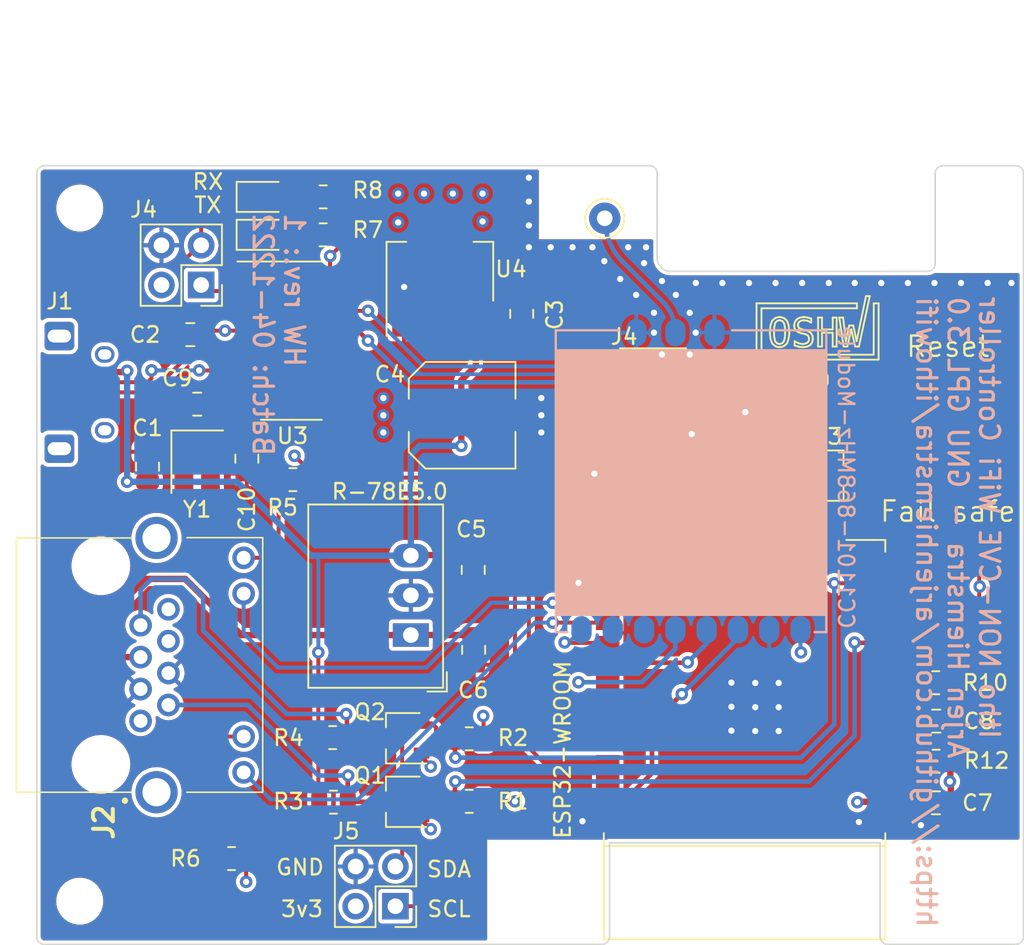
<source format=kicad_pcb>
(kicad_pcb (version 20211014) (generator pcbnew)
  (layers (0 "F.Cu" signal) (1 "In1.Cu" power "3V3") (2 "In2.Cu" power "GND") (31 "B.Cu" signal) (34 "B.Paste" user) (35 "F.Paste" user) (36 "B.SilkS" user "B.Silkscreen") (37 "F.SilkS" user "F.Silkscreen") (38 "B.Mask" user) (39 "F.Mask" user) (44 "Edge.Cuts" user))
  (net 0 "")
  (net 1 "GND")
  (net 2 "+5V")
  (net 3 "+3V3")
  (net 4 "D0")
  (net 5 "D23_MOSI")
  (net 6 "D19_MISO")
  (net 7 "D18_SCK")
  (net 8 "D5_SS")
  (net 9 "D4_IRQ")
  (net 12 "EN")
  (net 13 "Net-(LED1-Pad2)")
  (net 14 "Net-(LED2-Pad2)")
  (net 15 "SDA_L")
  (net 16 "SCL_L")
  (net 17 "Net-(R10-Pad2)")
  (net 18 "+15V")
  (net 21 "D17_WIFI_STATUS")
  (net 22 "Net-(Q3-Pad1)")
  (net 23 "Net-(Q4-Pad1)")
  (net 24 "D0{slash}RX0")
  (net 25 "D1{slash}TX0")
  (net 29 "Net-(J1-Pad2)")
  (net 30 "Net-(J1-Pad3)")
  (net 32 "Net-(J2-Pad10)")
  (net 33 "Net-(J2-Pad12)")
  (net 34 "Net-(C9-Pad1)")
  (net 35 "Net-(C10-Pad1)")
  (net 38 "Net-(H5-Pad1)")
  (net 39 "Net-(J2-Pad2)")
  (net 40 "Net-(J2-Pad7)")
  (net 41 "RTS")
  (net 42 "DTR")
  (net 43 "D16_SYS_STATUS")
  (footprint "nrg_watch:ESP32-WROOM-32E" (layer "F.Cu") (at 97.9932 141.605406 180)
    (fp_text reference "U1" hide)
    (fp_text value "ESP32-WROOM")
  )
  (footprint "Resistor_SMD:R_0805_2012Metric" (layer "F.Cu") (at 110.219 139.734 180)
    (fp_text reference "R10")
    (fp_text value "R10K" hide)
  )
  (footprint "Connector_PinHeader_2.54mm:PinHeader_2x02_P2.54mm_Vertical" (layer "F.Cu") (at 75.6666 154.0256 180)
    (fp_text reference "J5")
    (fp_text value "Conn_02x02_Odd_Even" hide)
  )
  (footprint "Capacitor_SMD:C_0805_2012Metric" (layer "F.Cu") (at 80.645 132.522 -90)
    (fp_text reference "C5")
    (fp_text value "0.1uF" hide)
  )
  (footprint "Resistor_SMD:R_0805_2012Metric" (layer "F.Cu") (at 110.2425 144.7546)
    (fp_text reference "R12")
    (fp_text value "R10K" hide)
  )
  (footprint "Resistor_SMD:R_0805_2012Metric" (layer "F.Cu") (at 89.2875 127.855 180)
    (fp_text reference "R13")
    (fp_text value "R10K")
  )
  (footprint "MountingHole:MountingHole_2.5mm" (layer "F.Cu") (at 55.482 109.381)
    (fp_text reference "H2" hide)
    (fp_text value "MountingHole" hide)
  )
  (footprint "nrg_watch:micro usb" (layer "F.Cu") (at 54.1782 121.168 -90)
    (fp_text reference "J1")
    (fp_text value "USB_B_Micro")
  )
  (footprint "Capacitor_SMD:C_0805_2012Metric" (layer "F.Cu") (at 110.232 147.4125 180)
    (fp_text reference "C7")
    (fp_text value "0.1uF" hide)
  )
  (footprint "Package_TO_SOT_SMD:SOT-23W" (layer "F.Cu") (at 76.138202 143.284092 180)
    (fp_text reference "Q2")
    (fp_text value "BSS138")
  )
  (footprint "Package_TO_SOT_SMD:SOT-23W" (layer "F.Cu") (at 76.1382 147.3466 180)
    (fp_text reference "Q1")
    (fp_text value "BSS138")
  )
  (footprint "Resistor_SMD:R_0805_2012Metric" (layer "F.Cu") (at 80.3887 147.32)
    (fp_text reference "R1")
    (fp_text value "R10K" hide)
  )
  (footprint "Resistor_SMD:R_0805_2012Metric" (layer "F.Cu") (at 80.3887 143.3195)
    (fp_text reference "R2")
    (fp_text value "R10K")
  )
  (footprint "Resistor_SMD:R_0805_2012Metric" (layer "F.Cu") (at 71.7082 147.372 180)
    (fp_text reference "R3")
    (fp_text value "R10K")
  )
  (footprint "Resistor_SMD:R_0805_2012Metric" (layer "F.Cu") (at 69.1115 126.746 180)
    (fp_text reference "R5")
    (fp_text value "R100")
  )
  (footprint "Package_TO_SOT_SMD:SOT-223-3_TabPin2" (layer "F.Cu") (at 78.5114 113.4495 90)
    (fp_text reference "U4")
    (fp_text value "AMS1117-3.3")
  )
  (footprint "Resistor_SMD:R_0805_2012Metric" (layer "F.Cu") (at 65.1908 150.9776 180)
    (fp_text reference "R6")
    (fp_text value "R100")
  )
  (footprint "Converter_DCDC:Converter_DCDC_RECOM_R-78E-0.5_THT" (layer "F.Cu") (at 76.6549 136.686 90)
    (fp_text reference "R-78E5.0")
    (fp_text value "U2")
  )
  (footprint "MountingHole:MountingHole_2.5mm" (layer "F.Cu") (at 113.013 109.508)
    (fp_text reference "H1" hide)
    (fp_text value "MountingHole" hide)
  )
  (footprint "MountingHole:MountingHole_2.5mm" (layer "F.Cu") (at 113.013 153.704)
    (fp_text reference "H3" hide)
    (fp_text value "MountingHole" hide)
  )
  (footprint "MountingHole:MountingHole_2.5mm" (layer "F.Cu") (at 55.482 153.704)
    (fp_text reference "H4" hide)
    (fp_text value "MountingHole" hide)
  )
  (footprint "nrg_watch:RRJ45R08PC000" (layer "F.Cu") (at 59.3725 142.1765 -90)
    (fp_text reference "J2")
    (fp_text value "RJ45_LED_Shielded" hide)
  )
  (footprint "Resistor_SMD:R_0805_2012Metric" (layer "F.Cu") (at 71.6557 143.2435 180)
    (fp_text reference "R4")
    (fp_text value "R10K")
  )
  (footprint "Capacitor_SMD:C_0805_2012Metric" (layer "F.Cu") (at 80.6704 137.6324 -90)
    (fp_text reference "C6")
    (fp_text value "10uF")
  )
  (footprint "Capacitor_SMD:C_0805_2012Metric" (layer "F.Cu") (at 83.7438 116.144 -90)
    (fp_text reference "C3")
    (fp_text value "10uF")
  )
  (footprint "Resistor_SMD:R_0805_2012Metric" (layer "F.Cu") (at 98.1775 127.855 180)
    (fp_text reference "R11")
    (fp_text value "R10K")
  )
  (footprint "Package_TO_SOT_SMD:SOT-23W" (layer "F.Cu") (at 93.455 126.492 180)
    (fp_text reference "Q4")
    (fp_text value "BC847")
  )
  (footprint "Package_TO_SOT_SMD:SOT-23W" (layer "F.Cu") (at 103.25 126.492)
    (fp_text reference "Q3")
    (fp_text value "BC847")
  )
  (footprint "Capacitor_SMD:C_Elec_6.3x7.7" (layer "F.Cu") (at 79.9338 122.6312)
    (fp_text reference "C4")
    (fp_text value "470uF" hide)
  )
  (footprint "Resistor_SMD:R_0805_2012Metric" (layer "F.Cu") (at 98.1775 125.569)
    (fp_text reference "R9")
    (fp_text value "R10K")
  )
  (footprint "Capacitor_SMD:C_0805_2012Metric" (layer "F.Cu") (at 110.2512 142.1892)
    (fp_text reference "C8")
    (fp_text value "10uF" hide)
  )
  (footprint "nrg_watch:TS-1187" (layer "F.Cu") (at 111.125 133.638011 -90)
    (fp_text reference "SW1" hide)
    (fp_text value "Fail safe")
  )
  (footprint "Capacitor_SMD:C_0805_2012Metric" (layer "F.Cu") (at 62.992 121.92 180)
    (fp_text reference "C9")
    (fp_text value "33pF")
  )
  (footprint "Capacitor_SMD:C_0805_2012Metric" (layer "F.Cu") (at 66.167 125.41 -90)
    (fp_text reference "C10")
    (fp_text value "33pF")
  )
  (footprint "Connector_PinHeader_2.54mm:PinHeader_2x02_P2.54mm_Vertical" (layer "F.Cu") (at 63.246 114.3 180)
    (fp_text reference "J4")
    (fp_text value "Conn_02x02_Odd_Even")
  )
  (footprint "Capacitor_SMD:C_0805_2012Metric" (layer "F.Cu") (at 62.55 117.475 180)
    (fp_text reference "C2")
    (fp_text value "0.1uF")
  )
  (footprint "LED_SMD:LED_0805_2012Metric" (layer "F.Cu") (at 67.1995 108.666)
    (fp_text reference "LED2" hide)
    (fp_text value "RX")
  )
  (footprint "Resistor_SMD:R_0805_2012Metric" (layer "F.Cu") (at 71.0495 111.092 180)
    (fp_text reference "R7")
    (fp_text value "R1K")
  )
  (footprint "Resistor_SMD:R_0805_2012Metric" (layer "F.Cu") (at 71.0495 108.666 180)
    (fp_text reference "R8")
    (fp_text value "R1K")
  )
  (footprint "Package_SO:SOIC-16_3.9x9.9mm_P1.27mm" (layer "F.Cu") (at 69.0134 117.8596)
    (fp_text reference "U3")
    (fp_text value "CH340G")
  )
  (footprint "Crystal:Crystal_SMD_TXC_7M-4Pin_3.2x2.5mm" (layer "F.Cu") (at 62.992 125.603 -90)
    (fp_text reference "Y1")
    (fp_text value "Crystal_GND24_Small")
  )
  (footprint "Connector_Pin:Pin_D1.0mm_L10.0mm" (layer "F.Cu") (at 89.0524 110.0328)
    (fp_text reference "H5" hide)
    (fp_text value "MountingHole_Pad")
  )
  (footprint "LED_SMD:LED_0805_2012Metric" (layer "F.Cu") (at 67.1995 111.092)
    (fp_text reference "LED1" hide)
    (fp_text value "TX")
  )
  (footprint "Capacitor_SMD:C_0805_2012Metric" (layer "F.Cu") (at 59.817 125.918 90)
    (fp_text reference "C1")
    (fp_text value "0.1uF")
  )
  (footprint "nrg_watch:TS-1187" (layer "F.Cu") (at 111.116593 123.444 90)
    (fp_text reference "SW2" hide)
    (fp_text value "Reset")
  )
  (footprint "nrg_watch:CC1101-868MHz-Module" (layer "B.Cu") (at 94.57 126.847358 90)
    (fp_text reference "U2" hide)
    (fp_text value "CC1101-868MHz-Module")
  )
  (gr_poly (pts (xy 103.202 135.417558) (xy 85.9554 135.417558) (xy 85.93 118.450358) (xy 103.202 118.450358)) (layer "B.SilkS") (width 0.1) (fill solid))
  (gr_line (start 90.043 118.364) (end 90.043 118.491) (layer "F.SilkS") (width 0.15))
  (gr_circle (center 90.932 119.253) (end 91.313 118.999) (layer "F.SilkS") (width 0.15) (fill none))
  (gr_circle (center 93.268095 121.158) (end 93.649095 120.904) (layer "F.SilkS") (width 0.15) (fill none))
  (gr_circle (center 93.268095 119.253) (end 93.649095 118.999) (layer "F.SilkS") (width 0.15) (fill none))
  (gr_line (start 99.651693 116.889581) (end 99.74071 116.629383) (layer "F.SilkS") (width 0.12))
  (gr_line (start 102.694384 116.385188) (end 102.694384 116.385188) (layer "F.SilkS") (width 0.12))
  (gr_line (start 101.214941 118.170605) (end 101.192894 118.161511) (layer "F.SilkS") (width 0.12))
  (gr_line (start 100.232672 116.554961) (end 100.191605 116.554961) (layer "F.SilkS") (width 0.12))
  (gr_line (start 104.81691 117.136774) (end 104.566364 118.237) (layer "F.SilkS") (width 0.12))
  (gr_line (start 100.164321 116.351558) (end 100.232672 116.351558) (layer "F.SilkS") (width 0.12))
  (gr_line (start 99.9725 117.923361) (end 100.068964 118.025621) (layer "F.SilkS") (width 0.12))
  (gr_line (start 102.358713 117.731286) (end 102.358713 117.789401) (layer "F.SilkS") (width 0.12))
  (gr_line (start 100.56974 117.662655) (end 100.590964 117.400273) (layer "F.SilkS") (width 0.12))
  (gr_line (start 99.875487 117.225267) (end 99.875487 117.312897) (layer "F.SilkS") (width 0.12))
  (gr_line (start 101.48696 117.058542) (end 101.697805 117.148356) (layer "F.SilkS") (width 0.12))
  (gr_line (start 99.0765 115.791031) (end 105.179825 115.791031) (layer "F.SilkS") (width 0.12))
  (gr_line (start 102.222285 118.111067) (end 102.195 118.134232) (layer "F.SilkS") (width 0.12))
  (gr_line (start 100.673372 118.074389) (end 100.506078 118.213327) (layer "F.SilkS") (width 0.12))
  (gr_line (start 101.456917 118.244722) (end 101.434869 118.240048) (layer "F.SilkS") (width 0.12))
  (gr_line (start 101.266477 117.195499) (end 101.198405 117.076982) (layer "F.SilkS") (width 0.12))
  (gr_line (start 102.119211 117.69405) (end 102.058297 117.547187) (layer "F.SilkS") (width 0.12))
  (gr_line (start 101.437902 117.31813) (end 101.305339 117.234919) (layer "F.SilkS") (width 0.12))
  (gr_line (start 100.814205 117.735147) (end 100.724629 117.99504) (layer "F.SilkS") (width 0.12))
  (gr_line (start 104.685389 116.893696) (end 104.946907 116.893696) (layer "F.SilkS") (width 0.12))
  (gr_line (start 100.520683 116.758923) (end 100.506626 116.729967) (layer "F.SilkS") (width 0.12))
  (gr_line (start 101.475667 117.047772) (end 101.48696 117.058542) (layer "F.SilkS") (width 0.12))
  (gr_line (start 102.195 118.134232) (end 102.167715 118.157346) (layer "F.SilkS") (width 0.12))
  (gr_line (start 102.119211 117.747237) (end 102.119211 117.69405) (layer "F.SilkS") (width 0.12))
  (gr_line (start 101.617602 117.381528) (end 101.437902 117.31813) (layer "F.SilkS") (width 0.12))
  (gr_line (start 103.883917 118.237) (end 103.632 118.237) (layer "F.SilkS") (width 0.12))
  (gr_line (start 101.71875 118.273119) (end 101.653157 118.273119) (layer "F.SilkS") (width 0.12))
  (gr_line (start 99.896153 116.963139) (end 99.875487 117.225267) (layer "F.SilkS") (width 0.12))
  (gr_line (start 100.396385 118.025875) (end 100.49257 117.924733) (layer "F.SilkS") (width 0.12))
  (gr_line (start 100.301023 118.272865) (end 100.232672 118.272865) (layer "F.SilkS") (width 0.12))
  (gr_line (start 104.474569 117.88836) (end 104.685389 116.893696) (layer "F.SilkS") (width 0.12))
  (gr_line (start 100.506078 116.411096) (end 100.673372 116.550034) (layer "F.SilkS") (width 0.12))
  (gr_line (start 101.762296 116.555266) (end 101.633309 116.576196) (layer "F.SilkS") (width 0.12))
  (gr_line (start 100.699006 116.589709) (end 100.724629 116.629383) (layer "F.SilkS") (width 0.12))
  (gr_line (start 101.659766 118.069716) (end 101.71875 118.069716) (layer "F.SilkS") (width 0.12))
  (gr_line (start 100.724629 116.629383) (end 100.814205 116.889581) (layer "F.SilkS") (width 0.12))
  (gr_line (start 102.013928 117.985388) (end 102.031292 117.971062) (layer "F.SilkS") (width 0.12))
  (gr_line (start 100.49257 116.700757) (end 100.396385 116.598548) (layer "F.SilkS") (width 0.12))
  (gr_line (start 101.16946 116.842997) (end 101.210806 116.675713) (layer "F.SilkS") (width 0.12))
  (gr_line (start 100.191605 116.554961) (end 100.068964 116.598548) (layer "F.SilkS") (width 0.12))
  (gr_line (start 99.74071 117.996107) (end 99.651693 117.736519) (layer "F.SilkS") (width 0.12))
  (gr_line (start 100.56974 116.963139) (end 100.520683 116.758923) (layer "F.SilkS") (width 0.12))
  (gr_line (start 100.506078 118.213327) (end 100.301023 118.272865) (layer "F.SilkS") (width 0.12))
  (gr_line (start 101.728671 117.155824) (end 101.860136 117.185593) (layer "F.SilkS") (width 0.12))
  (gr_line (start 101.16946 116.898928) (end 101.16946 116.842997) (layer "F.SilkS") (width 0.12))
  (gr_line (start 101.835605 116.352117) (end 101.98416 116.372793) (layer "F.SilkS") (width 0.12))
  (gr_line (start 101.887421 118.048481) (end 101.996286 117.999459) (layer "F.SilkS") (width 0.12))
  (gr_line (start 101.994081 118.238372) (end 101.787371 118.273119) (layer "F.SilkS") (width 0.12))
  (gr_line (start 103.632 117.144241) (end 103.632 116.385188) (layer "F.SilkS") (width 0.12))
  (gr_line (start 101.434321 116.734692) (end 101.408687 116.828926) (layer "F.SilkS") (width 0.12))
  (gr_line (start 101.36349 116.476983) (end 101.530231 116.389353) (layer "F.SilkS") (width 0.12))
  (gr_line (start 102.058297 117.547187) (end 102.046171 117.535046) (layer "F.SilkS") (width 0.12))
  (gr_line (start 100.590964 117.225267) (end 100.56974 116.963139) (layer "F.SilkS") (width 0.12))
  (gr_line (start 100.164046 118.272865) (end 99.958997 118.213327) (layer "F.SilkS") (width 0.12))
  (gr_line (start 106.250029 118.757639) (end 99.0765 118.757639) (layer "F.SilkS") (width 0.12))
  (gr_line (start 99.958444 117.894456) (end 99.9725 117.923361) (layer "F.SilkS") (width 0.12))
  (gr_line (start 102.252053 116.448586) (end 102.252053 116.702993) (layer "F.SilkS") (width 0.12))
  (gr_line (start 100.590964 117.312897) (end 100.590964 117.312897) (layer "F.SilkS") (width 0.12))
  (gr_line (start 101.478694 118.249395) (end 101.456917 118.244722) (layer "F.SilkS") (width 0.12))
  (gr_line (start 100.396385 116.598548) (end 100.273464 116.554961) (layer "F.SilkS") (width 0.12))
  (gr_line (start 102.946301 118.237) (end 102.694384 118.237) (layer "F.SilkS") (width 0.12))
  (gr_line (start 99.896153 117.661538) (end 99.944382 117.865246) (layer "F.SilkS") (width 0.12))
  (gr_line (start 105.305504 118.237) (end 105.068471 118.237) (layer "F.SilkS") (width 0.12))
  (gr_line (start 103.632 118.237) (end 103.632 117.355061) (layer "F.SilkS") (width 0.12))
  (gr_line (start 102.022747 116.592452) (end 102.003723 116.586153) (layer "F.SilkS") (width 0.12))
  (gr_line (start 102.031292 117.971062) (end 102.09275 117.882873) (layer "F.SilkS") (width 0.12))
  (gr_line (start 102.328944 117.530372) (end 102.358713 117.680842) (layer "F.SilkS") (width 0.12))
  (gr_line (start 90.932 119.253) (end 89.408 119.253) (layer "F.SilkS") (width 0.15))
  (gr_line (start 102.946301 117.144241) (end 103.632 117.144241) (layer "F.SilkS") (width 0.12))
  (gr_line (start 102.09275 117.882873) (end 102.119211 117.781172) (layer "F.SilkS") (width 0.12))
  (gr_line (start 100.520683 117.866617) (end 100.56974 117.662655) (layer "F.SilkS") (width 0.12))
  (gr_line (start 100.232672 118.272865) (end 100.164046 118.272865) (layer "F.SilkS") (width 0.12))
  (gr_line (start 101.633309 116.576196) (end 101.528859 116.624456) (layer "F.SilkS") (width 0.12))
  (gr_line (start 99.958997 118.213327) (end 99.791703 118.075253) (layer "F.SilkS") (width 0.12))
  (gr_line (start 101.286046 117.215361) (end 101.266477 117.195499) (layer "F.SilkS") (width 0.12))
  (gr_line (start 101.408687 116.860371) (end 101.408687 116.907209) (layer "F.SilkS") (width 0.12))
  (gr_line (start 105.179825 115.473531) (end 98.759 115.473531) (layer "F.SilkS") (width 0.12))
  (gr_line (start 104.297073 116.385188) (end 104.474569 117.88836) (layer "F.SilkS") (width 0.12))
  (gr_line (start 105.179825 115.791031) (end 105.179825 115.473531) (layer "F.SilkS") (width 0.12))
  (gr_line (start 105.068471 118.237) (end 104.81691 117.136774) (layer "F.SilkS") (width 0.12))
  (gr_line (start 104.329281 118.237) (end 104.052878 116.385188) (layer "F.SilkS") (width 0.12))
  (gr_line (start 99.651693 117.736519) (end 99.613654 117.418714) (layer "F.SilkS") (width 0.12))
  (gr_line (start 102.003997 116.376958) (end 102.02357 116.380819) (layer "F.SilkS") (width 0.12))
  (gr_line (start 100.273464 116.554961) (end 100.232672 116.554961) (layer "F.SilkS") (width 0.12))
  (gr_line (start 100.852788 117.312897) (end 100.852788 117.312897) (layer "F.SilkS") (width 0.12))
  (gr_line (start 102.085033 117.263571) (end 102.2198 117.354807) (layer "F.SilkS") (width 0.12))
  (gr_line (start 105.761079 115.009371) (end 106.005274 115.009371) (layer "F.SilkS") (width 0.12))
  (gr_line (start 101.792059 116.555266) (end 101.762296 116.555266) (layer "F.SilkS") (width 0.12))
  (gr_line (start 99.791703 118.075253) (end 99.766343 118.035832) (layer "F.SilkS") (width 0.12))
  (gr_line (start 101.528859 116.624456) (end 101.51177 116.638477) (layer "F.SilkS") (width 0.12))
  (gr_line (start 100.724629 117.99504) (end 100.699006 118.034715) (layer "F.SilkS") (width 0.12))
  (gr_line (start 100.590964 117.312897) (end 100.590964 117.225267) (layer "F.SilkS") (width 0.12))
  (gr_line (start 101.464364 117.037003) (end 101.475667 117.047772) (layer "F.SilkS") (width 0.12))
  (gr_line (start 101.408687 116.907209) (end 101.464364 117.037003) (layer "F.SilkS") (width 0.12))
  (gr_line (start 100.232672 116.351558) (end 100.301023 116.351558) (layer "F.SilkS") (width 0.12))
  (gr_line (start 90.043 118.491) (end 90.043 122.047) (layer "F.SilkS") (width 0.15))
  (gr_line (start 101.408687 116.828926) (end 101.408687 116.860371) (layer "F.SilkS") (width 0.12))
  (gr_circle (center 90.932 121.158) (end 91.313 120.904) (layer "F.SilkS") (width 0.15) (fill none))
  (gr_line (start 101.946954 117.470276) (end 101.824033 117.428925) (layer "F.SilkS") (width 0.12))
  (gr_line (start 106.256633 115.473531) (end 106.250029 118.757639) (layer "F.SilkS") (width 0.12))
  (gr_line (start 101.824033 117.428925) (end 101.794264 117.422321) (layer "F.SilkS") (width 0.12))
  (gr_line (start 102.167715 118.157346) (end 101.994081 118.238372) (layer "F.SilkS") (width 0.12))
  (gr_line (start 106.005274 115.009371) (end 105.305504 118.237) (layer "F.SilkS") (width 0.12))
  (gr_line (start 103.632 116.385188) (end 103.883917 116.385188) (layer "F.SilkS") (width 0.12))
  (gr_line (start 101.779659 116.352117) (end 101.835605 116.352117) (layer "F.SilkS") (width 0.12))
  (gr_line (start 100.49257 117.924733) (end 100.506626 117.895827) (layer "F.SilkS") (width 0.12))
  (gr_line (start 102.02357 116.380819) (end 102.23028 116.440611) (layer "F.SilkS") (width 0.12))
  (gr_line (start 103.883917 116.385188) (end 103.883917 118.237) (layer "F.SilkS") (width 0.12))
  (gr_line (start 104.052878 116.385188) (end 104.052878 116.385188) (layer "F.SilkS") (width 0.12))
  (gr_line (start 100.852788 117.207081) (end 100.852788 117.312897) (layer "F.SilkS") (width 0.12))
  (gr_line (start 102.239648 117.37655) (end 102.25949 117.398089) (layer "F.SilkS") (width 0.12))
  (gr_line (start 102.2198 117.354807) (end 102.239648 117.37655) (layer "F.SilkS") (width 0.12))
  (gr_line (start 99.875487 117.312897) (end 99.875487 117.400019) (layer "F.SilkS") (width 0.12))
  (gr_line (start 101.434869 118.240048) (end 101.214941 118.170605) (layer "F.SilkS") (width 0.12))
  (gr_line (start 106.567529 115.473531) (end 106.256633 115.473531) (layer "F.SilkS") (width 0.12))
  (gr_line (start 101.483104 118.034461) (end 101.659766 118.069716) (layer "F.SilkS") (width 0.12))
  (gr_line (start 101.811353 116.555266) (end 101.792059 116.555266) (layer "F.SilkS") (width 0.12))
  (gr_line (start 101.335657 116.502079) (end 101.36349 116.476983) (layer "F.SilkS") (width 0.12))
  (gr_line (start 100.068964 116.598548) (end 99.9725 116.700757) (layer "F.SilkS") (width 0.12))
  (gr_line (start 101.996286 117.999459) (end 102.013928 117.985388) (layer "F.SilkS") (width 0.12))
  (gr_line (start 99.766343 118.035832) (end 99.74071 117.996107) (layer "F.SilkS") (width 0.12))
  (gr_line (start 100.068964 118.025621) (end 100.191605 118.069462) (layer "F.SilkS") (width 0.12))
  (gr_line (start 100.506626 117.895827) (end 100.520683 117.866617) (layer "F.SilkS") (width 0.12))
  (gr_line (start 101.461885 118.027552) (end 101.483104 118.034461) (layer "F.SilkS") (width 0.12))
  (gr_line (start 99.613654 117.312897) (end 99.613654 117.207081) (layer "F.SilkS") (width 0.12))
  (gr_line (start 101.51177 116.638477) (end 101.494407 116.651989) (layer "F.SilkS") (width 0.12))
  (gr_line (start 101.198405 117.076982) (end 101.16946 116.943327) (layer "F.SilkS") (width 0.12))
  (gr_line (start 102.946301 116.385188) (end 102.946301 117.144241) (layer "F.SilkS") (width 0.12))
  (gr_line (start 101.71875 118.069716) (end 101.760914 118.069716) (layer "F.SilkS") (width 0.12))
  (gr_line (start 94.234 122.047) (end 94.234 118.364) (layer "F.SilkS") (width 0.15))
  (gr_line (start 101.307819 116.526869) (end 101.335657 116.502079) (layer "F.SilkS") (width 0.12))
  (gr_line (start 98.759 119.075139) (end 106.567529 119.075139) (layer "F.SilkS") (width 0.12))
  (gr_line (start 100.273464 118.069462) (end 100.396385 118.025875) (layer "F.SilkS") (width 0.12))
  (gr_line (start 99.0765 118.757639) (end 99.0765 115.791031) (layer "F.SilkS") (width 0.12))
  (gr_line (start 101.530231 116.389353) (end 101.717094 116.352117) (layer "F.SilkS") (width 0.12))
  (gr_line (start 99.613654 117.207081) (end 99.651693 116.889581) (layer "F.SilkS") (width 0.12))
  (gr_line (start 100.814205 116.889581) (end 100.852788 117.207081) (layer "F.SilkS") (width 0.12))
  (gr_line (start 101.494407 116.651989) (end 101.434321 116.734692) (layer "F.SilkS") (width 0.12))
  (gr_line (start 101.653157 118.273119) (end 101.478694 118.249395) (layer "F.SilkS") (width 0.12))
  (gr_line (start 98.759 115.473531) (end 98.759 115.473531) (layer "F.SilkS") (width 0.12))
  (gr_line (start 102.003723 116.586153) (end 101.811353 116.555266) (layer "F.SilkS") (width 0.12))
  (gr_line (start 102.694384 118.237) (end 102.694384 116.385188) (layer "F.SilkS") (width 0.12))
  (gr_line (start 101.440661 118.020389) (end 101.461885 118.027552) (layer "F.SilkS") (width 0.12))
  (gr_line (start 101.697805 117.148356) (end 101.728671 117.155824) (layer "F.SilkS") (width 0.12))
  (gr_line (start 99.958444 116.729967) (end 99.944382 116.758923) (layer "F.SilkS") (width 0.12))
  (gr_line (start 102.946301 117.355061) (end 102.946301 118.237) (layer "F.SilkS") (width 0.12))
  (gr_line (start 101.98416 116.372793) (end 102.003997 116.376958) (layer "F.SilkS") (width 0.12))
  (gr_line (start 102.25949 117.398089) (end 102.328944 117.530372) (layer "F.SilkS") (width 0.12))
  (gr_line (start 99.74071 116.629383) (end 99.766343 116.589709) (layer "F.SilkS") (width 0.12))
  (gr_line (start 99.95982 116.411096) (end 100.164321 116.351558) (layer "F.SilkS") (width 0.12))
  (gr_line (start 99.875487 117.400019) (end 99.896153 117.661538) (layer "F.SilkS") (width 0.12))
  (gr_line (start 104.566364 118.237) (end 104.329281 118.237) (layer "F.SilkS") (width 0.12))
  (gr_line (start 94.234 118.364) (end 90.043 118.364) (layer "F.SilkS") (width 0.15))
  (gr_line (start 101.16946 116.943327) (end 101.16946 116.898928) (layer "F.SilkS") (width 0.12))
  (gr_line (start 101.210806 116.675713) (end 101.307819 116.526869) (layer "F.SilkS") (width 0.12))
  (gr_line (start 102.23028 116.440611) (end 102.252053 116.448891) (layer "F.SilkS") (width 0.12))
  (gr_line (start 100.191605 118.069462) (end 100.232672 118.069462) (layer "F.SilkS") (width 0.12))
  (gr_line (start 101.660599 117.39118) (end 101.617602 117.381528) (layer "F.SilkS") (width 0.12))
  (gr_line (start 102.358713 117.680842) (end 102.358713 117.731286) (layer "F.SilkS") (width 0.12))
  (gr_line (start 93.268095 121.158) (end 94.869 121.158) (layer "F.SilkS") (width 0.15))
  (gr_line (start 99.766343 116.589709) (end 99.791977 116.550034) (layer "F.SilkS") (width 0.12))
  (gr_line (start 101.192894 118.161511) (end 101.192894 117.894964) (layer "F.SilkS") (width 0.12))
  (gr_line (start 101.903408 117.195499) (end 102.085033 117.263571) (layer "F.SilkS") (width 0.12))
  (gr_line (start 102.252053 116.702993) (end 102.233029 116.690597) (layer "F.SilkS") (width 0.12))
  (gr_line (start 103.632 117.355061) (end 102.946301 117.355061) (layer "F.SilkS") (width 0.12))
  (gr_line (start 99.791977 116.550034) (end 99.95982 116.411096) (layer "F.SilkS") (width 0.12))
  (gr_line (start 100.301023 116.351558) (end 100.506078 116.411096) (layer "F.SilkS") (width 0.12))
  (gr_line (start 98.759 115.473531) (end 98.759 119.075139) (layer "F.SilkS") (width 0.12))
  (gr_line (start 100.852788 117.41846) (end 100.814205 117.735147) (layer "F.SilkS") (width 0.12))
  (gr_line (start 99.944382 116.758923) (end 99.896153 116.963139) (layer "F.SilkS") (width 0.12))
  (gr_line (start 90.932 121.158) (end 89.281 121.158) (layer "F.SilkS") (width 0.15))
  (gr_line (start 102.03404 117.522651) (end 101.946954 117.470276) (layer "F.SilkS") (width 0.12))
  (gr_line (start 102.041762 116.598548) (end 102.022747 116.592452) (layer "F.SilkS") (width 0.12))
  (gr_line (start 101.305339 117.234919) (end 101.286046 117.215361) (layer "F.SilkS") (width 0.12))
  (gr_line (start 102.358713 117.789401) (end 102.317646 117.963899) (layer "F.SilkS") (width 0.12))
  (gr_line (start 101.717094 116.352117) (end 101.779659 116.352117) (layer "F.SilkS") (width 0.12))
  (gr_line (start 101.216592 117.909848) (end 101.440661 118.020389) (layer "F.SilkS") (width 0.12))
  (gr_line (start 102.046171 117.535046) (end 102.03404 117.522651) (layer "F.SilkS") (width 0.12))
  (gr_line (start 101.787371 118.273119) (end 101.71875 118.273119) (layer "F.SilkS") (width 0.12))
  (gr_line (start 104.052878 116.385188) (end 104.297073 116.385188) (layer "F.SilkS") (width 0.12))
  (gr_line (start 102.694384 116.385188) (end 102.946301 116.385188) (layer "F.SilkS") (width 0.12))
  (gr_line (start 106.567529 119.075139) (end 106.567529 115.473531) (layer "F.SilkS") (width 0.12))
  (gr_line (start 104.946907 116.893696) (end 105.160267 117.890849) (layer "F.SilkS") (width 0.12))
  (gr_line (start 100.673372 116.550034) (end 100.699006 116.589709) (layer "F.SilkS") (width 0.12))
  (gr_line (start 93.268095 119.253) (end 94.869 119.253) (layer "F.SilkS") (width 0.15))
  (gr_line (start 102.233029 116.690597) (end 102.041762 116.598548) (layer "F.SilkS") (width 0.12))
  (gr_line (start 99.613654 117.418714) (end 99.613654 117.312897) (layer "F.SilkS") (width 0.12))
  (gr_line (start 100.699006 118.034715) (end 100.673372 118.074389) (layer "F.SilkS") (width 0.12))
  (gr_line (start 102.317646 117.963899) (end 102.222285 118.111067) (layer "F.SilkS") (width 0.12))
  (gr_line (start 101.794264 117.422321) (end 101.660599 117.39118) (layer "F.SilkS") (width 0.12))
  (gr_line (start 100.852788 117.312897) (end 100.852788 117.41846) (layer "F.SilkS") (width 0.12))
  (gr_line (start 90.043 122.047) (end 94.234 122.047) (layer "F.SilkS") (width 0.15))
  (gr_line (start 102.252053 116.448891) (end 102.252053 116.448586) (layer "F.SilkS") (width 0.12))
  (gr_line (start 101.760914 118.069716) (end 101.887421 118.048481) (layer "F.SilkS") (width 0.12))
  (gr_line (start 101.192894 117.894964) (end 101.216592 117.909848) (layer "F.SilkS") (width 0.12))
  (gr_line (start 99.9725 116.700757) (end 99.958444 116.729967) (layer "F.SilkS") (width 0.12))
  (gr_line (start 105.160267 117.890849) (end 105.761079 115.009371) (layer "F.SilkS") (width 0.12))
  (gr_line (start 101.860136 117.185593) (end 101.903408 117.195499) (layer "F.SilkS") (width 0.12))
  (gr_line (start 99.944382 117.865246) (end 99.958444 117.894456) (layer "F.SilkS") (width 0.12))
  (gr_line (start 100.232672 118.069462) (end 100.273464 118.069462) (layer "F.SilkS") (width 0.12))
  (gr_line (start 102.119211 117.781172) (end 102.119211 117.747237) (layer "F.SilkS") (width 0.12))
  (gr_line (start 100.590964 117.400273) (end 100.590964 117.312897) (layer "F.SilkS") (width 0.12))
  (gr_line (start 100.506626 116.729967) (end 100.49257 116.700757) (layer "F.SilkS") (width 0.12))
  (gr_arc (start 53.232 156.468) (mid 52.878447 156.321553) (end 52.732 155.968) (layer "Edge.Cuts") (width 0.1))
  (gr_line (start 91.899247 106.668) (end 53.232 106.668) (layer "Edge.Cuts") (width 0.1))
  (gr_line (start 88.860553 156.468) (end 53.232 156.468) (layer "Edge.Cuts") (width 0.1))
  (gr_line (start 115.332 156.468) (end 107.160553 156.468) (layer "Edge.Cuts") (width 0.1))
  (gr_arc (start 107.160553 156.468) (mid 106.807 156.321553) (end 106.660553 155.968) (layer "Edge.Cuts") (width 0.1))
  (gr_arc (start 115.832 155.968) (mid 115.685553 156.321553) (end 115.332 156.468) (layer "Edge.Cuts") (width 0.1))
  (gr_line (start 115.832 155.968) (end 115.832 107.168) (layer "Edge.Cuts") (width 0.1))
  (gr_line (start 106.660553 149.968) (end 89.360553 149.968) (layer "Edge.Cuts") (width 0.1))
  (gr_line (start 52.732 155.968) (end 52.732 107.168) (layer "Edge.Cuts") (width 0.1))
  (gr_arc (start 115.332 106.668) (mid 115.685553 106.814447) (end 115.832 107.168) (layer "Edge.Cuts") (width 0.1))
  (gr_line (start 115.332 106.668) (end 110.693264 106.668) (layer "Edge.Cuts") (width 0.1))
  (gr_arc (start 110.1852 107.168) (mid 110.336848 106.813965) (end 110.693264 106.668) (layer "Edge.Cuts") (width 0.1))
  (gr_arc (start 93.3196 113.430447) (mid 92.668586 113.189619) (end 92.4052 112.5474) (layer "Edge.Cuts") (width 0.1))
  (gr_line (start 110.1852 112.926) (end 110.1852 107.168) (layer "Edge.Cuts") (width 0.1))
  (gr_line (start 106.660553 155.968) (end 106.660553 149.968) (layer "Edge.Cuts") (width 0.1))
  (gr_arc (start 52.732 107.168) (mid 52.878447 106.814447) (end 53.232 106.668) (layer "Edge.Cuts") (width 0.1))
  (gr_arc (start 89.360553 155.968) (mid 89.214106 156.321553) (end 88.860553 156.468) (layer "Edge.Cuts") (width 0.1))
  (gr_line (start 109.673215 113.431305) (end 93.3196 113.430447) (layer "Edge.Cuts") (width 0.1))
  (gr_line (start 89.360553 149.968) (end 89.360553 155.968) (layer "Edge.Cuts") (width 0.1))
  (gr_arc (start 91.899247 106.668) (mid 92.255603 106.813976) (end 92.407147 107.168) (layer "Edge.Cuts") (width 0.1))
  (gr_arc (start 110.1852 112.926) (mid 110.032885 113.2837) (end 109.673215 113.431305) (layer "Edge.Cuts") (width 0.1))
  (gr_line (start 92.4052 112.5474) (end 92.407147 107.168) (layer "Edge.Cuts") (width 0.1))
  (gr_text "Itho NON-CVE WiFi Controller\nArjen Hiemstra - GNU GPL 3.0\nhttps://github.com/arjenhiemstra/ithowifi" (at 111.633 114.935 -90) (layer "B.SilkS") (effects (font (size 1.246 1.246) (thickness 0.2)) (justify right mirror)))
  (gr_text "HW rev.: 1\nBatch: 04-1222\n" (at 68.199 109.601 270) (layer "B.SilkS") (effects (font (size 1.246 1.246) (thickness 0.2)) (justify right mirror)))
  (gr_text "SCL" (at 79.0956 154.2034) (layer "F.SilkS") (effects (font (size 1 1))))
  (gr_text "SDA\n" (at 79.0956 151.6634) (layer "F.SilkS") (effects (font (size 1 1))))
  (gr_text "GND" (at 69.5706 151.5364) (layer "F.SilkS") (effects (font (size 1 1))))
  (gr_text "3v3" (at 69.6976 154.2034) (layer "F.SilkS") (effects (font (size 1 1))))
  (gr_text "GND" (at 87.63 119.253) (layer "F.SilkS") (effects (font (size 1 1))))
  (gr_text "3v3" (at 87.63 121.158) (layer "F.SilkS") (effects (font (size 1 1))))
  (gr_text "RX" (at 96.012 119.253) (layer "F.SilkS") (effects (font (size 1 1))))
  (gr_text "TX\n" (at 96.012 121.158) (layer "F.SilkS") (effects (font (size 1 1))))
  (gr_text "J4" (at 90.297 117.602) (layer "F.SilkS") (effects (font (size 1 1))))
  (gr_text "NL5" (at 98.899324 121.135882) (layer "F.SilkS") (effects (font (size 1.78594 1.607346) (thickness 0.223242)) (justify left bottom)))
  (segment (start 84.9963 123.7312) (end 84.9963 121.5312) (width 1.4732) (layer "F.Cu") (net 1))
  (segment (start 82.4713 122.6312) (end 84.9963 122.6312) (width 1.4732) (layer "F.Cu") (net 1))
  (via (at 84.9963 121.5312) (size 0.8) (drill 0.4) (layers "F.Cu" "B.Cu") (net 1))
  (via (at 84.9963 123.7312) (size 0.8) (drill 0.4) (layers "F.Cu" "B.Cu") (net 1))
  (via (at 84.9963 122.6312) (size 0.8) (drill 0.4) (layers "F.Cu" "B.Cu") (net 1))
  (via (at 92.202 116.078) (size 0.8) (drill 0.4) (layers "F.Cu" "B.Cu") (net 1))
  (via (at 89.027 112.776) (size 0.8) (drill 0.4) (layers "F.Cu" "B.Cu") (net 1))
  (via (at 93.599 114.935) (size 0.8) (drill 0.4) (layers "F.Cu" "B.Cu") (net 1))
  (via (at 92.71 114.046) (size 0.8) (drill 0.4) (layers "F.Cu" "B.Cu") (net 1))
  (via (at 91.567 112.903) (size 0.8) (drill 0.4) (layers "F.Cu" "B.Cu") (net 1))
  (via (at 86.995 111.887) (size 0.8) (drill 0.4) (layers "F.Cu" "B.Cu") (net 1))
  (via (at 88.265 111.887) (size 0.8) (drill 0.4) (layers "F.Cu" "B.Cu") (net 1))
  (via (at 85.598 111.887) (size 0.8) (drill 0.4) (layers "F.Cu" "B.Cu") (net 1))
  (via (at 91.694 111.887) (size 0.8) (drill 0.4) (layers "F.Cu" "B.Cu") (net 1))
  (via (at 109.2708 148.844) (size 0.8) (drill 0.4) (layers "F.Cu" "B.Cu") (net 1))
  (via (at 76.2254 114.427) (size 0.8) (drill 0.4) (layers "F.Cu" "B.Cu") (net 1))
  (via (at 96.578 114.173) (size 0.8) (drill 0.4) (layers "F.Cu" "B.Cu") (net 1))
  (via (at 94.488 118.745) (size 0.8) (drill 0.4) (layers "F.Cu" "B.Cu") (net 1))
  (via (at 100.1776 142.8242) (size 0.8) (drill 0.4) (layers "F.Cu" "B.Cu") (net 1))
  (via (at 115.062 114.173) (size 0.8) (drill 0.4) (layers "F.Cu" "B.Cu") (net 1))
  (via (at 100.1776 141.3002) (size 0.8) (drill 0.4) (layers "F.Cu" "B.Cu") (net 1))
  (via (at 100.1776 139.7508) (size 0.8) (drill 0.4) (layers "F.Cu" "B.Cu") (net 1))
  (via (at 90.043 113.919) (size 0.8) (drill 0.4) (layers "F.Cu" "B.Cu") (net 1))
  (via (at 94.488 116.078) (size 0.8) (drill 0.4) (layers "F.Cu" "B.Cu") (net 1))
  (via (at 111.838 114.173) (size 0.8) (drill 0.4) (layers "F.Cu" "B.Cu") (net 1))
  (via (at 98.679 139.7508) (size 0.8) (drill 0.4) (layers "F.Cu" "B.Cu") (net 1))
  (via (at 101.678 114.173) (size 0.8) (drill 0.4) (layers "F.Cu" "B.Cu") (net 1))
  (via (at 103.378 114.173) (size 0.8) (drill 0.4) (layers "F.Cu" "B.Cu") (net 1))
  (via (at 90.551 111.887) (size 0.8) (drill 0.4) (layers "F.Cu" "B.Cu") (net 1))
  (via (at 97.155 139.7254) (size 0.8) (drill 0.4) (layers "F.Cu" "B.Cu") (net 1))
  (via (at 98.679 141.3002) (size 0.8) (drill 0.4) (layers "F.Cu" "B.Cu") (net 1))
  (via (at 108.438 114.173) (size 0.8) (drill 0.4) (layers "F.Cu" "B.Cu") (net 1))
  (via (at 98.278 114.173) (size 0.8) (drill 0.4) (layers "F.Cu" "B.Cu") (net 1))
  (via (at 92.202 117.348) (size 0.8) (drill 0.4) (layers "F.Cu" "B.Cu") (net 1))
  (via (at 84.201 111.887) (size 0.8) (drill 0.4) (layers "F.Cu" "B.Cu") (net 1))
  (via (at 84.201 107.442) (size 0.8) (drill 0.4) (layers "F.Cu" "B.Cu") (net 1))
  (via (at 94.878 114.173) (size 0.8) (drill 0.4) (layers "F.Cu" "B.Cu") (net 1))
  (via (at 106.738 114.173) (size 0.8) (drill 0.4) (layers "F.Cu" "B.Cu") (net 1))
  (via (at 97.155 141.2748) (size 0.8) (drill 0.4) (layers "F.Cu" "B.Cu") (net 1))
  (via (at 110.138 114.173) (size 0.8) (drill 0.4) (layers "F.Cu" "B.Cu") (net 1))
  (via (at 92.71 118.745) (size 0.8) (drill 0.4) (layers "F.Cu" "B.Cu") (net 1))
  (via (at 98.679 142.8242) (size 0.8) (drill 0.4) (layers "F.Cu" "B.Cu") (net 1))
  (via (at 91.059 114.935) (size 0.8) (drill 0.4) (layers "F.Cu" "B.Cu") (net 1))
  (via (at 113.538 114.173) (size 0.8) (drill 0.4) (layers "F.Cu" "B.Cu") (net 1))
  (via (at 87.63 148.59) (size 0.8) (drill 0.4) (layers "F.Cu" "B.Cu") (net 1))
  (via (at 84.201 108.966) (size 0.8) (drill 0.4) (layers "F.Cu" "B.Cu") (net 1))
  (via (at 105.038 114.173) (size 0.8) (drill 0.4) (layers "F.Cu" "B.Cu") (net 1))
  (via (at 105.3084 148.6408) (size 0.8) (drill 0.4) (layers "F.Cu" "B.Cu") (net 1))
  (via (at 99.978 114.173) (size 0.8) (drill 0.4) (layers "F.Cu" "B.Cu") (net 1))
  (via (at 94.869 117.348) (size 0.8) (drill 0.4) (layers "F.Cu" "B.Cu") (net 1))
  (via (at 97.155 142.7988) (size 0.8) (drill 0.4) (layers "F.Cu" "B.Cu") (net 1))
  (via (at 84.201 110.49) (size 0.8) (drill 0.4) (layers "F.Cu" "B.Cu") (net 1))
  (segment (start 80.645 131.572) (end 76.6889 131.572) (width 0.4064) (layer "F.Cu") (net 2))
  (segment (start 80.8114 116.5995) (end 80.8114 119.4676) (width 0.4064) (layer "F.Cu") (net 2))
  (segment (start 56.805 119.868) (end 58.433863 119.868) (width 0.4064) (layer "F.Cu") (net 2))
  (segment (start 58.433863 119.868) (end 58.510873 119.79099) (width 0.4064) (layer "F.Cu") (net 2))
  (segment (start 82.2169 115.194) (end 80.8114 116.5995) (width 0.4064) (layer "F.Cu") (net 2))
  (segment (start 58.5266 126.868) (end 58.510873 126.883727) (width 0.254) (layer "F.Cu") (net 2))
  (segment (start 70.7432 143.2435) (end 70.7432 147.3195) (width 0.254) (layer "F.Cu") (net 2))
  (segment (start 70.739 137.795) (end 70.739 143.2393) (width 0.254) (layer "F.Cu") (net 2))
  (segment (start 59.817 126.868) (end 58.5266 126.868) (width 0.254) (layer "F.Cu") (net 2))
  (segment (start 70.7432 147.3195) (end 70.7957 147.372) (width 0.254) (layer "F.Cu") (net 2))
  (segment (start 79.883 120.396) (end 79.883 124.587) (width 0.4064) (layer "F.Cu") (net 2))
  (segment (start 70.739 143.2393) (end 70.7432 143.2435) (width 0.254) (layer "F.Cu") (net 2))
  (segment (start 80.8114 119.4676) (end 79.883 120.396) (width 0.4064) (layer "F.Cu") (net 2))
  (segment (start 76.6889 131.572) (end 76.6549 131.606) (width 0.4064) (layer "F.Cu") (net 2))
  (segment (start 83.7438 115.194) (end 82.2169 115.194) (width 0.4064) (layer "F.Cu") (net 2))
  (via (at 70.739 137.795) (size 0.8) (drill 0.4) (layers "F.Cu" "B.Cu") (net 2))
  (via (at 58.510873 126.883727) (size 0.8) (drill 0.4) (layers "F.Cu" "B.Cu") (net 2))
  (via (at 79.883 124.587) (size 0.8) (drill 0.4) (layers "F.Cu" "B.Cu") (net 2))
  (via (at 58.510873 119.79099) (size 0.8) (drill 0.4) (layers "F.Cu" "B.Cu") (net 2))
  (segment (start 58.510873 126.883727) (end 58.510873 119.79099) (width 0.4064) (layer "B.Cu") (net 2))
  (segment (start 70.739 137.795) (end 70.739 131.606) (width 0.254) (layer "B.Cu") (net 2))
  (segment (start 76.6549 131.606) (end 76.6549 125.1481) (width 0.4064) (layer "B.Cu") (net 2))
  (segment (start 65.542727 126.883727) (end 58.510873 126.883727) (width 0.4064) (layer "B.Cu") (net 2))
  (segment (start 70.739 131.606) (end 76.6549 131.606) (width 0.254) (layer "B.Cu") (net 2))
  (segment (start 77.216 124.587) (end 79.883 124.587) (width 0.4064) (layer "B.Cu") (net 2))
  (segment (start 76.6549 131.606) (end 70.265 131.606) (width 0.4064) (layer "B.Cu") (net 2))
  (segment (start 76.6549 125.1481) (end 77.216 124.587) (width 0.4064) (layer "B.Cu") (net 2))
  (segment (start 70.265 131.606) (end 65.542727 126.883727) (width 0.4064) (layer "B.Cu") (net 2))
  (segment (start 74.8963 123.7312) (end 74.8963 121.5312) (width 1.4732) (layer "F.Cu") (net 3))
  (segment (start 77.3963 122.6312) (end 74.8963 122.6312) (width 1.4732) (layer "F.Cu") (net 3))
  (segment (start 81.3262 147.32) (end 83.312 147.32) (width 0.29337) (layer "F.Cu") (net 3))
  (segment (start 77.1382 148.309) (end 77.9272 149.098) (width 0.29337) (layer "F.Cu") (net 3))
  (segment (start 111.182 147.4125) (end 111.182 146.107) (width 0.4064) (layer "F.Cu") (net 3))
  (segment (start 66.1203 150.9946) (end 66.1033 150.9776) (width 0.254) (layer "F.Cu") (net 3))
  (segment (start 77.1382 148.2966) (end 77.1382 148.309) (width 0.29337) (layer "F.Cu") (net 3))
  (segment (start 71.4884 112.4584) (end 71.501 112.4458) (width 0.254) (layer "F.Cu") (net 3))
  (segment (start 66.1203 152.4676) (end 66.1203 150.9946) (width 0.254) (layer "F.Cu") (net 3))
  (segment (start 63.754 117.221) (end 63.5 117.475) (width 0.254) (layer "F.Cu") (net 3))
  (segment (start 81.3012 141.8802) (end 81.28 141.859) (width 0.254) (layer "F.Cu") (net 3))
  (segment (start 81.3012 143.3195) (end 81.3012 141.8802) (width 0.254) (layer "F.Cu") (net 3))
  (segment (start 113 133.6086) (end 113.03 133.5786) (width 0.254) (layer "F.Cu") (net 3))
  (segment (start 71.962 111.092) (end 71.962 111.9848) (width 0.254) (layer "F.Cu") (net 3))
  (segment (start 71.962 111.9848) (end 71.501 112.4458) (width 0.254) (layer "F.Cu") (net 3))
  (segment (start 71.962 108.666) (end 71.962 111.092) (width 0.254) (layer "F.Cu") (net 3))
  (segment (start 70.024 126.031) (end 69.215 125.222) (width 0.254) (layer "F.Cu") (net 3))
  (segment (start 113 130.638) (end 113 133.5486) (width 0.254) (layer "F.Cu") (net 3))
  (segment (start 113 136.638) (end 113 133.6086) (width 0.254) (layer "F.Cu") (net 3))
  (segment (start 111.155 144.7546) (end 111.155 146.02) (width 0.4064) (layer "F.Cu") (net 3))
  (segment (start 111.182 146.107) (end 111.125 146.05) (width 0.4064) (layer "F.Cu") (net 3))
  (segment (start 111.155 146.02) (end 111.125 146.05) (width 0.4064) (layer "F.Cu") (net 3))
  (segment (start 64.77 117.221) (end 63.754 117.221) (width 0.254) (layer "F.Cu") (net 3))
  (segment (start 88.375 127.855) (end 88.375 126.382) (width 0.254) (layer "F.Cu") (net 3))
  (segment (start 105.2322 147.3454) (end 105.2068 147.3708) (width 0.4064) (layer "F.Cu") (net 3))
  (segment (start 77.1382 144.2341) (end 77.9272 145.097506) (width 0.29337) (layer "F.Cu") (net 3))
  (segment (start 106.7432 147.3454) (end 105.2322 147.3454) (width 0.4064) (layer "F.Cu") (net 3))
  (segment (start 66.5348 117.221) (end 66.5384 117.2246) (width 0.254) (layer "F.Cu") (net 3))
  (segment (start 70.024 126.746) (end 70.024 126.031) (width 0.254) (layer "F.Cu") (net 3))
  (segment (start 88.375 126.382) (end 88.392 126.365) (width 0.254) (layer "F.Cu") (net 3))
  (segment (start 113 133.5486) (end 113.03 133.5786) (width 0.254) (layer "F.Cu") (net 3))
  (segment (start 71.4884 113.4146) (end 71.4884 112.4584) (width 0.254) (layer "F.Cu") (net 3))
  (segment (start 64.77 117.221) (end 66.5348 117.221) (width 0.254) (layer "F.Cu") (net 3))
  (segment (start 78.5114 116.5995) (end 78.5114 110.2995) (width 1.4732) (layer "F.Cu") (net 3))
  (via (at 74.8963 121.5312) (size 0.8) (drill 0.4) (layers "F.Cu" "B.Cu") (net 3))
  (via (at 74.8963 123.7312) (size 0.8) (drill 0.4) (layers "F.Cu" "B.Cu") (net 3))
  (via (at 74.8963 122.6312) (size 0.8) (drill 0.4) (layers "F.Cu" "B.Cu") (net 3))
  (via (at 75.8444 110.2995) (size 0.8) (drill 0.4) (layers "F.Cu" "B.Cu") (net 3))
  (via (at 75.8444 108.458) (size 0.8) (drill 0.4) (layers "F.Cu" "B.Cu") (net 3))
  (via (at 77.4954 108.458) (size 0.8) (drill 0.4) (layers "F.Cu" "B.Cu") (net 3))
  (via (at 79.3369 108.458) (size 0.8) (drill 0.4) (layers "F.Cu" "B.Cu") (net 3))
  (via (at 81.2419 108.458) (size 0.8) (drill 0.4) (layers "F.Cu" "B.Cu") (net 3))
  (via (at 81.2419 110.236) (size 0.8) (drill 0.4) (layers "F.Cu" "B.Cu") (net 3))
  (via (at 66.1203 152.4676) (size 0.8) (drill 0.4) (layers "F.Cu" "B.Cu") (net 3))
  (via (at 113.03 133.5786) (size 0.8) (drill 0.4) (layers "F.Cu" "B.Cu") (net 3))
  (via (at 64.77 117.221) (size 0.8) (drill 0.4) (layers "F.Cu" "B.Cu") (net 3))
  (via (at 71.501 112.4458) (size 0.8) (drill 0.4) (layers "F.Cu" "B.Cu") (net 3))
  (via (at 69.215 125.222) (size 0.8) (drill 0.4) (layers "F.Cu" "B.Cu") (net 3))
  (via (at 83.312 147.32) (size 0.8) (drill 0.4) (layers "F.Cu" "B.Cu") (net 3))
  (via (at 101.6 137.795) (size 0.8) (drill 0.4) (layers "F.Cu" "B.Cu") (net 3))
  (via (at 77.9272 145.097506) (size 0.8) (drill 0.4) (layers "F.Cu" "B.Cu") (net 3))
  (via (at 105.2068 147.3708) (size 0.8) (drill 0.4) (layers "F.Cu" "B.Cu") (net 3))
  (via (at 81.28 141.859) (size 0.8) (drill 0.4) (layers "F.Cu" "B.Cu") (net 3))
  (via (at 111.125 146.05) (size 0.8) (drill 0.4) (layers "F.Cu" "B.Cu") (net 3))
  (via (at 88.392 126.365) (size 0.8) (drill 0.4) (layers "F.Cu" "B.Cu") (net 3))
  (via (at 77.9272 149.098) (size 0.8) (drill 0.4) (layers "F.Cu" "B.Cu") (net 3))
  (segment (start 101.57 137.765) (end 101.6 137.795) (width 0.254) (layer "B.Cu") (net 3))
  (segment (start 101.57 136.347358) (end 101.57 137.765) (width 0.254) (layer "B.Cu") (net 3))
  (segment (start 89.2432 130.4668) (end 89.2432 132.1054) (width 0.254) (layer "F.Cu") (net 4))
  (segment (start 92.255 126.492) (end 92.255 127.201) (width 0.254) (layer "F.Cu") (net 4))
  (segment (start 90.2 129.51) (end 89.2432 130.4668) (width 0.254) (layer "F.Cu") (net 4))
  (segment (start 90.2 127.855) (end 90.2 129.51) (width 0.254) (layer "F.Cu") (net 4))
  (segment (start 91.601 127.855) (end 90.2 127.855) (width 0.254) (layer "F.Cu") (net 4))
  (segment (start 92.255 127.201) (end 91.601 127.855) (width 0.254) (layer "F.Cu") (net 4))
  (segment (start 92.075 142.367) (end 93.98 140.462) (width 0.29337) (layer "F.Cu") (net 5))
  (segment (start 92.075 145.5176) (end 92.075 142.367) (width 0.29337) (layer "F.Cu") (net 5))
  (segment (start 90.2472 147.3454) (end 92.075 145.5176) (width 0.29337) (layer "F.Cu") (net 5))
  (segment (start 89.2432 147.3454) (end 90.2472 147.3454) (width 0.29337) (layer "F.Cu") (net 5))
  (via (at 93.98 140.462) (size 0.8) (drill 0.4) (layers "F.Cu" "B.Cu") (net 5))
  (segment (start 97.57 136.872) (end 93.98 140.462) (width 0.29337) (layer "B.Cu") (net 5))
  (segment (start 97.57 136.347358) (end 97.57 136.872) (width 0.29337) (layer "B.Cu") (net 5))
  (segment (start 87.376 139.7) (end 89.2178 139.7) (width 0.254) (layer "F.Cu") (net 6))
  (segment (start 89.2178 139.7) (end 89.2432 139.7254) (width 0.254) (layer "F.Cu") (net 6))
  (via (at 87.376 139.7) (size 0.8) (drill 0.4) (layers "F.Cu" "B.Cu") (net 6))
  (segment (start 93.57 137.57) (end 91.44 139.7) (width 0.29337) (layer "B.Cu") (net 6))
  (segment (start 93.57 136.347358) (end 93.57 137.57) (width 0.29337) (layer "B.Cu") (net 6))
  (segment (start 91.44 139.7) (end 87.376 139.7) (width 0.29337) (layer "B.Cu") (net 6))
  (segment (start 89.2432 138.4554) (end 94.3356 138.4554) (width 0.29337) (layer "F.Cu") (net 7))
  (segment (start 94.3356 138.4554) (end 94.361 138.43) (width 0.29337) (layer "F.Cu") (net 7))
  (via (at 94.361 138.43) (size 0.8) (drill 0.4) (layers "F.Cu" "B.Cu") (net 7))
  (segment (start 95.57 137.221) (end 95.57 136.347358) (width 0.29337) (layer "B.Cu") (net 7))
  (segment (start 94.361 138.43) (end 95.57 137.221) (width 0.29337) (layer "B.Cu") (net 7))
  (segment (start 89.2432 137.1854) (end 86.5124 137.1854) (width 0.254) (layer "F.Cu") (net 8))
  (segment (start 86.5124 137.1854) (end 86.487 137.16) (width 0.254) (layer "F.Cu") (net 8))
  (via (at 86.487 137.16) (size 0.8) (drill 0.4) (layers "F.Cu" "B.Cu") (net 8))
  (segment (start 86.757358 137.16) (end 87.57 136.347358) (width 0.254) (layer "B.Cu") (net 8))
  (segment (start 86.487 137.16) (end 86.757358 137.16) (width 0.254) (layer "B.Cu") (net 8))
  (segment (start 89.2178 133.35) (end 89.2432 133.3754) (width 0.254) (layer "F.Cu") (net 9))
  (segment (start 87.376 133.35) (end 89.2178 133.35) (width 0.254) (layer "F.Cu") (net 9))
  (via (at 87.376 133.35) (size 0.8) (drill 0.4) (layers "F.Cu" "B.Cu") (net 9))
  (segment (start 90.424 133.35) (end 87.376 133.35) (width 0.29337) (layer "B.Cu") (net 9))
  (segment (start 91.57 136.347358) (end 91.57 134.496) (width 0.29337) (layer "B.Cu") (net 9))
  (segment (start 91.57 134.496) (end 90.424 133.35) (width 0.29337) (layer "B.Cu") (net 9))
  (segment (start 111.379 137.16) (end 113.03 138.811) (width 0.254) (layer "F.Cu") (net 12))
  (segment (start 111.2012 142.1892) (end 111.2012 143.1798) (width 0.254) (layer "F.Cu") (net 12))
  (segment (start 113.03 141.605) (end 112.4458 142.1892) (width 0.254) (layer "F.Cu") (net 12))
  (segment (start 111.2012 143.1798) (end 110.8964 143.4846) (width 0.254) (layer "F.Cu") (net 12))
  (segment (start 109.5502 143.4846) (end 109.33 143.7048) (width 0.254) (layer "F.Cu") (net 12))
  (segment (start 106.7432 146.0754) (end 108.0092 146.0754) (width 0.254) (layer "F.Cu") (net 12))
  (segment (start 109.33 143.7048) (end 109.33 144.7546) (width 0.254) (layer "F.Cu") (net 12))
  (segment (start 110.315 126.444) (end 111.379 127.508) (width 0.254) (layer "F.Cu") (net 12))
  (segment (start 109.1936 126.492) (end 109.2416 126.444) (width 0.254) (layer "F.Cu") (net 12))
  (segment (start 109.2416 120.444) (end 109.2416 126.444) (width 0.254) (layer "F.Cu") (net 12))
  (segment (start 109.2416 126.444) (end 110.315 126.444) (width 0.254) (layer "F.Cu") (net 12))
  (segment (start 108.0092 146.0754) (end 109.33 144.7546) (width 0.254) (layer "F.Cu") (net 12))
  (segment (start 110.8964 143.4846) (end 109.5502 143.4846) (width 0.254) (layer "F.Cu") (net 12))
  (segment (start 113.03 138.811) (end 113.03 141.605) (width 0.254) (layer "F.Cu") (net 12))
  (segment (start 112.4458 142.1892) (end 111.2012 142.1892) (width 0.254) (layer "F.Cu") (net 12))
  (segment (start 104.45 126.492) (end 109.1936 126.492) (width 0.254) (layer "F.Cu") (net 12))
  (segment (start 111.379 127.508) (end 111.379 137.16) (width 0.254) (layer "F.Cu") (net 12))
  (segment (start 68.137 111.092) (end 70.137 111.092) (width 0.29337) (layer "F.Cu") (net 13))
  (segment (start 68.137 108.666) (end 70.137 108.666) (width 0.29337) (layer "F.Cu") (net 14))
  (segment (start 76.3345 142.3341) (end 76.0984 142.5702) (width 0.254) (layer "F.Cu") (net 15))
  (segment (start 79.4682 143.3025) (end 79.4512 143.3195) (width 0.254) (layer "F.Cu") (net 15))
  (segment (start 78.2617 143.1585) (end 78.4227 143.3195) (width 0.254) (layer "F.Cu") (net 15))
  (segment (start 76.0984 142.5702) (end 76.0984 151.0538) (width 0.254) (layer "F.Cu") (net 15))
  (segment (start 78.0088 142.3341) (end 77.1382 142.3341) (width 0.254) (layer "F.Cu") (net 15))
  (segment (start 79.4762 144.5002) (end 79.502 144.526) (width 0.29337) (layer "F.Cu") (net 15))
  (segment (start 78.4227 143.3195) (end 79.4512 143.3195) (width 0.254) (layer "F.Cu") (net 15))
  (segment (start 102.4432 133.3754) (end 102.4432 130.8554) (width 0.254) (layer "F.Cu") (net 15))
  (segment (start 77.1382 142.3341) (end 76.3345 142.3341) (width 0.254) (layer "F.Cu") (net 15))
  (segment (start 79.4762 143.3195) (end 79.4762 144.5002) (width 0.29337) (layer "F.Cu") (net 15))
  (segment (start 103.7336 133.3754) (end 102.4432 133.3754) (width 0.254) (layer "F.Cu") (net 15))
  (segment (start 78.2617 142.587) (end 78.2617 143.1585) (width 0.254) (layer "F.Cu") (net 15))
  (segment (start 106.7432 134.6454) (end 106.7432 133.3754) (width 0.254) (layer "F.Cu") (net 15))
  (segment (start 76.0984 151.0538) (end 75.6666 151.4856) (width 0.254) (layer "F.Cu") (net 15))
  (segment (start 106.7432 133.3754) (end 103.7336 133.3754) (width 0.254) (layer "F.Cu") (net 15))
  (segment (start 78.2617 142.587) (end 78.0088 142.3341) (width 0.254) (layer "F.Cu") (net 15))
  (via (at 79.502 144.526) (size 0.8) (drill 0.4) (layers "F.Cu" "B.Cu") (net 15))
  (via (at 103.7336 133.3754) (size 0.8) (drill 0.4) (layers "F.Cu" "B.Cu") (net 15))
  (segment (start 103.7336 142.3924) (end 101.6 144.526) (width 0.29337) (layer "B.Cu") (net 15))
  (segment (start 101.6 144.526) (end 79.502 144.526) (width 0.29337) (layer "B.Cu") (net 15))
  (segment (start 103.7336 133.3754) (end 103.7336 142.3924) (width 0.29337) (layer "B.Cu") (net 15))
  (segment (start 106.7432 135.9154) (end 106.7432 137.1854) (width 0.254) (layer "F.Cu") (net 16))
  (segment (start 79.4762 147.32) (end 79.4762 146.0758) (width 0.29337) (layer "F.Cu") (net 16))
  (segment (start 78.0073 146.3966) (end 78.2617 146.651) (width 0.254) (layer "F.Cu") (net 16))
  (segment (start 106.7432 137.1854) (end 105.0544 137.1854) (width 0.29337) (layer "F.Cu") (net 16))
  (segment (start 105.0544 137.1854) (end 105.029 137.16) (width 0.29337) (layer "F.Cu") (net 16))
  (segment (start 79.4762 146.0758) (end 79.502 146.05) (width 0.29337) (layer "F.Cu") (net 16))
  (segment (start 75.6666 154.0256) (end 77.6224 154.0256) (width 0.254) (layer "F.Cu") (net 16))
  (segment (start 78.2617 146.651) (end 78.2617 147.159) (width 0.254) (layer "F.Cu") (net 16))
  (segment (start 78.2617 147.159) (end 78.4227 147.32) (width 0.254) (layer "F.Cu") (net 16))
  (segment (start 77.1382 146.3966) (end 78.0073 146.3966) (width 0.254) (layer "F.Cu") (net 16))
  (segment (start 78.4227 147.32) (end 79.4512 147.32) (width 0.254) (layer "F.Cu") (net 16))
  (segment (start 77.6224 154.0256) (end 79.4512 152.1968) (width 0.254) (layer "F.Cu") (net 16))
  (segment (start 79.4512 152.1968) (end 79.4512 147.32) (width 0.254) (layer "F.Cu") (net 16))
  (segment (start 106.7432 138.4554) (end 106.7432 137.1854) (width 0.254) (layer "F.Cu") (net 16))
  (via (at 105.029 137.16) (size 0.8) (drill 0.4) (layers "F.Cu" "B.Cu") (net 16))
  (via (at 79.502 146.05) (size 0.8) (drill 0.4) (layers "F.Cu" "B.Cu") (net 16))
  (segment (start 105.029 137.16) (end 105.029 143.129) (width 0.29337) (layer "B.Cu") (net 16))
  (segment (start 102.108 146.05) (end 79.502 146.05) (width 0.29337) (layer "B.Cu") (net 16))
  (segment (start 105.029 143.129) (end 102.108 146.05) (width 0.29337) (layer "B.Cu") (net 16))
  (segment (start 109.25 139.6775) (end 109.25 136.638) (width 0.254) (layer "F.Cu") (net 17))
  (segment (start 106.7432 139.7254) (end 109.2979 139.7254) (width 0.254) (layer "F.Cu") (net 17))
  (segment (start 109.3065 139.734) (end 109.25 139.6775) (width 0.254) (layer "F.Cu") (net 17))
  (segment (start 109.2979 139.7254) (end 109.3065 139.734) (width 0.254) (layer "F.Cu") (net 17))
  (segment (start 109.25 136.638) (end 109.25 130.638) (width 0.254) (layer "F.Cu") (net 17))
  (segment (start 109.2729 139.7254) (end 109.2815 139.734) (width 0.254) (layer "F.Cu") (net 17))
  (segment (start 65.82 136.686) (end 62.23 133.096) (width 0.4064) (layer "F.Cu") (net 18))
  (segment (start 76.6549 136.686) (end 65.82 136.686) (width 0.4064) (layer "F.Cu") (net 18))
  (segment (start 80.6704 136.6824) (end 76.6585 136.6824) (width 0.4064) (layer "F.Cu") (net 18))
  (segment (start 57.531 137.541) (end 58.0865 138.0965) (width 0.4064) (layer "F.Cu") (net 18))
  (segment (start 76.6585 136.6824) (end 76.6549 136.686) (width 0.4064) (layer "F.Cu") (net 18))
  (segment (start 58.0865 138.0965) (end 59.3725 138.0965) (width 0.4064) (layer "F.Cu") (net 18))
  (segment (start 62.23 133.096) (end 59.69 133.096) (width 0.4064) (layer "F.Cu") (net 18))
  (segment (start 57.531 135.255) (end 57.531 137.541) (width 0.4064) (layer "F.Cu") (net 18))
  (segment (start 59.69 133.096) (end 57.531 135.255) (width 0.4064) (layer "F.Cu") (net 18))
  (segment (start 85.725 135.89) (end 89.181879 135.89) (width 0.254) (layer "F.Cu") (net 21))
  (via (at 85.725 135.89) (size 0.8) (drill 0.4) (layers "F.Cu" "B.Cu") (net 21))
  (arc (start 89.181879 135.89) (mid 89.215065 135.896601) (end 89.2432 135.9154) (width 0.254) (layer "F.Cu") (net 21))
  (segment (start 84.582 135.89) (end 85.725 135.89) (width 0.254) (layer "B.Cu") (net 21))
  (segment (start 67.689 147.193) (end 73.279 147.193) (width 0.254) (layer "B.Cu") (net 21))
  (segment (start 65.9625 145.4665) (end 67.689 147.193) (width 0.254) (layer "B.Cu") (net 21))
  (segment (start 73.279 147.193) (end 84.582 135.89) (width 0.254) (layer "B.Cu") (net 21))
  (segment (start 102.05 125.542) (end 99.117 125.542) (width 0.254) (layer "F.Cu") (net 22))
  (segment (start 99.117 125.542) (end 99.09 125.569) (width 0.254) (layer "F.Cu") (net 22))
  (segment (start 94.655 127.442) (end 96.852 127.442) (width 0.254) (layer "F.Cu") (net 23))
  (segment (start 96.852 127.442) (end 97.265 127.855) (width 0.254) (layer "F.Cu") (net 23))
  (segment (start 63.6306 114.6846) (end 63.246 114.3) (width 0.254) (layer "F.Cu") (net 24))
  (segment (start 68.1645 114.6846) (end 66.5384 114.6846) (width 0.254) (layer "F.Cu") (net 24))
  (segment (start 73.787 126.619) (end 69.342 122.174) (width 0.254) (layer "F.Cu") (net 24))
  (segment (start 66.262 111.092) (end 65.438 111.092) (width 0.254) (layer "F.Cu") (net 24))
  (segment (start 84.201 142.24) (end 84.201 128.143) (width 0.254) (layer "F.Cu") (net 24))
  (segment (start 66.5384 114.6846) (end 65.0276 114.6846) (width 0.254) (layer "F.Cu") (net 24))
  (segment (start 65.0276 114.6846) (end 63.6306 114.6846) (width 0.254) (layer "F.Cu") (net 24))
  (segment (start 69.342 122.174) (end 69.342 115.8621) (width 0.254) (layer "F.Cu") (net 24))
  (segment (start 84.201 128.143) (end 82.677 126.619) (width 0.254) (layer "F.Cu") (net 24))
  (segment (start 69.342 115.8621) (end 68.1645 114.6846) (width 0.254) (layer "F.Cu") (net 24))
  (segment (start 65.0276 111.5024) (end 65.0276 114.6846) (width 0.254) (layer "F.Cu") (net 24))
  (segment (start 89.2432 143.5354) (end 85.4964 143.5354) (width 0.254) (layer "F.Cu") (net 24))
  (segment (start 85.4964 143.5354) (end 84.201 142.24) (width 0.254) (layer "F.Cu") (net 24))
  (segment (start 65.438 111.092) (end 65.0276 111.5024) (width 0.254) (layer "F.Cu") (net 24))
  (segment (start 82.677 126.619) (end 73.787 126.619) (width 0.254) (layer "F.Cu") (net 24))
  (segment (start 61.976 115.697) (end 61.976 112.903) (width 0.254) (layer "F.Cu") (net 25))
  (segment (start 85.1154 144.8054) (end 83.312 143.002) (width 0.254) (layer "F.Cu") (net 25))
  (segment (start 68.6435 116.4209) (end 68.1772 115.9546) (width 0.254) (layer "F.Cu") (net 25))
  (segment (start 82.042 127.635) (end 73.787 127.635) (width 0.254) (layer "F.Cu") (net 25))
  (segment (start 66.5384 115.9546) (end 62.2336 115.9546) (width 0.254) (layer "F.Cu") (net 25))
  (segment (start 68.6435 122.4915) (end 68.6435 116.4209) (width 0.254) (layer "F.Cu") (net 25))
  (segment (start 83.312 143.002) (end 83.312 128.905) (width 0.254) (layer "F.Cu") (net 25))
  (segment (start 64.435 108.666) (end 63.246 109.855) (width 0.254) (layer "F.Cu") (net 25))
  (segment (start 68.1772 115.9546) (end 66.5384 115.9546) (width 0.254) (layer "F.Cu") (net 25))
  (segment (start 63.119 111.76) (end 63.246 111.76) (width 0.254) (layer "F.Cu") (net 25))
  (segment (start 62.2336 115.9546) (end 61.976 115.697) (width 0.254) (layer "F.Cu") (net 25))
  (segment (start 61.976 112.903) (end 63.119 111.76) (width 0.254) (layer "F.Cu") (net 25))
  (segment (start 66.262 108.666) (end 64.435 108.666) (width 0.254) (layer "F.Cu") (net 25))
  (segment (start 83.312 128.905) (end 82.042 127.635) (width 0.254) (layer "F.Cu") (net 25))
  (segment (start 73.787 127.635) (end 68.6435 122.4915) (width 0.254) (layer "F.Cu") (net 25))
  (segment (start 63.246 109.855) (end 63.246 111.76) (width 0.254) (layer "F.Cu") (net 25))
  (segment (start 89.2432 144.8054) (end 85.1154 144.8054) (width 0.254) (layer "F.Cu") (net 25))
  (segment (start 59.822 120.518) (end 56.8532 120.518) (width 0.254) (layer "F.Cu") (net 29))
  (segment (start 63.1226 119.7646) (end 63.119 119.761) (width 0.254) (layer "F.Cu") (net 29))
  (segment (start 60.071 120.269) (end 59.822 120.518) (width 0.254) (layer "F.Cu") (net 29))
  (segment (start 60.071 119.761) (end 60.071 120.269) (width 0.254) (layer "F.Cu") (net 29))
  (segment (start 66.5384 119.7646) (end 63.1226 119.7646) (width 0.254) (layer "F.Cu") (net 29))
  (via (at 60.071 119.761) (size 0.8) (drill 0.4) (layers "F.Cu" "B.Cu") (net 29))
  (via (at 63.119 119.761) (size 0.8) (drill 0.4) (layers "F.Cu" "B.Cu") (net 29))
  (segment (start 63.119 119.761) (end 60.071 119.761) (width 0.254) (layer "B.Cu") (net 29))
  (segment (start 56.8532 121.168) (end 60.061 121.168) (width 0.254) (layer "F.Cu") (net 30))
  (segment (start 60.061 121.168) (end 62.357 118.872) (width 0.254) (layer "F.Cu") (net 30))
  (segment (start 62.357 118.872) (end 64.389 118.872) (width 0.254) (layer "F.Cu") (net 30))
  (segment (start 64.7664 118.4946) (end 66.5384 118.4946) (width 0.254) (layer "F.Cu") (net 30))
  (segment (start 64.389 118.872) (end 64.7664 118.4946) (width 0.254) (layer "F.Cu") (net 30))
  (segment (start 65.9625 143.1765) (end 64.8749 143.1765) (width 0.254) (layer "F.Cu") (net 32))
  (segment (start 64.8749 143.1765) (end 64.2783 143.7731) (width 0.254) (layer "F.Cu") (net 32))
  (segment (start 64.2783 143.7731) (end 64.2783 150.9776) (width 0.254) (layer "F.Cu") (net 32))
  (segment (start 67.5165 131.7465) (end 68.199 131.064) (width 0.254) (layer "F.Cu") (net 33))
  (segment (start 65.9625 131.7465) (end 67.5165 131.7465) (width 0.254) (layer "F.Cu") (net 33))
  (segment (start 68.199 131.064) (end 68.199 126.746) (width 0.254) (layer "F.Cu") (net 33))
  (segment (start 63.942 121.7066) (end 64.614 121.0346) (width 0.254) (layer "F.Cu") (net 34))
  (segment (start 62.142 124.503) (end 62.142 124.2559) (width 0.254) (layer "F.Cu") (net 34))
  (segment (start 63.2206 122.8852) (end 63.942 122.1638) (width 0.254) (layer "F.Cu") (net 34))
  (segment (start 64.614 121.0346) (end 66.5384 121.0346) (width 0.254) (layer "F.Cu") (net 34))
  (segment (start 62.142 124.2559) (end 63.2206 123.1773) (width 0.254) (layer "F.Cu") (net 34))
  (segment (start 63.942 121.92) (end 63.942 121.7066) (width 0.254) (layer "F.Cu") (net 34))
  (segment (start 63.942 122.1638) (end 63.942 121.92) (width 0.254) (layer "F.Cu") (net 34))
  (segment (start 63.2206 123.1773) (end 63.2206 122.8852) (width 0.254) (layer "F.Cu") (net 34))
  (segment (start 63.842 126.703) (end 63.842 126.6072) (width 0.254) (layer "F.Cu") (net 35))
  (segment (start 66.5384 124.0886) (end 66.167 124.46) (width 0.254) (layer "F.Cu") (net 35))
  (segment (start 63.842 126.6072) (end 65.9892 124.46) (width 0.254) (layer "F.Cu") (net 35))
  (segment (start 65.9892 124.46) (end 66.167 124.46) (width 0.254) (layer "F.Cu") (net 35))
  (segment (start 66.5384 122.3046) (end 66.5384 124.0886) (width 0.254) (layer "F.Cu") (net 35))
  (segment (start 92.741725 115.347725) (end 90.201873 112.807873) (width 0.29337) (layer "B.Cu") (net 38))
  (arc (start 93.57 117.347358) (mid 93.354738 116.265164) (end 92.741725 115.347725) (width 0.29337) (layer "B.Cu") (net 38))
  (arc (start 90.201873 112.807873) (mid 89.351139 111.534659) (end 89.0524 110.0328) (width 0.29337) (layer "B.Cu") (net 38))
  (segment (start 74.9382 147.3466) (end 72.6461 147.3466) (width 0.29337) (layer "F.Cu") (net 39))
  (segment (start 72.6461 147.3466) (end 72.6207 147.372) (width 0.29337) (layer "F.Cu") (net 39))
  (segment (start 72.6207 145.6923) (end 72.644 145.669) (width 0.29337) (layer "F.Cu") (net 39))
  (segment (start 72.6207 147.372) (end 72.6207 145.6923) (width 0.29337) (layer "F.Cu") (net 39))
  (via (at 72.644 145.669) (size 0.8) (drill 0.4) (layers "F.Cu" "B.Cu") (net 39))
  (segment (start 66.2265 141.1565) (end 61.1525 141.1565) (width 0.29337) (layer "B.Cu") (net 39))
  (segment (start 72.644 145.669) (end 70.739 145.669) (width 0.29337) (layer "B.Cu") (net 39))
  (segment (start 70.739 145.669) (end 66.2265 141.1565) (width 0.29337) (layer "B.Cu") (net 39))
  (segment (start 72.5682 143.2435) (end 72.5682 141.7832) (width 0.29337) (layer "F.Cu") (net 40))
  (segment (start 74.938202 143.284092) (end 72.608792 143.284092) (width 0.29337) (layer "F.Cu") (net 40))
  (segment (start 72.5682 141.7832) (end 72.517 141.732) (width 0.29337) (layer "F.Cu") (net 40))
  (segment (start 72.608792 143.284092) (end 72.5682 143.2435) (width 0.29337) (layer "F.Cu") (net 40))
  (via (at 72.517 141.732) (size 0.8) (drill 0.4) (layers "F.Cu" "B.Cu") (net 40))
  (segment (start 68.707 141.732) (end 63.373 136.398) (width 0.29337) (layer "B.Cu") (net 40))
  (segment (start 63.373 134.239) (end 62.23 133.096) (width 0.29337) (layer "B.Cu") (net 40))
  (segment (start 62.23 133.096) (end 60.071 133.096) (width 0.29337) (layer "B.Cu") (net 40))
  (segment (start 63.373 136.398) (end 63.373 134.239) (width 0.29337) (layer "B.Cu") (net 40))
  (segment (start 60.071 133.096) (end 59.3725 133.7945) (width 0.29337) (layer "B.Cu") (net 40))
  (segment (start 72.517 141.732) (end 68.707 141.732) (width 0.29337) (layer "B.Cu") (net 40))
  (segment (start 59.3725 133.7945) (end 59.3725 136.0565) (width 0.29337) (layer "B.Cu") (net 40))
  (segment (start 99.503 127.442) (end 99.09 127.855) (width 0.254) (layer "F.Cu") (net 41))
  (segment (start 99.09 127.855) (end 98.10402 126.86902) (width 0.254) (layer "F.Cu") (net 41))
  (segment (start 98.10402 122.48802) (end 98.044 122.428) (width 0.254) (layer "F.Cu") (net 41))
  (segment (start 98.10402 126.86902) (end 98.10402 122.48802) (width 0.254) (layer "F.Cu") (net 41))
  (segment (start 73.9104 115.9546) (end 73.914 115.951) (width 0.254) (layer "F.Cu") (net 41))
  (segment (start 71.4884 115.9546) (end 73.9104 115.9546) (width 0.254) (layer "F.Cu") (net 41))
  (segment (start 102.05 127.442) (end 99.503 127.442) (width 0.254) (layer "F.Cu") (net 41))
  (via (at 73.914 115.951) (size 0.8) (drill 0.4) (layers "F.Cu" "B.Cu") (net 41))
  (via (at 98.044 122.428) (size 0.8) (drill 0.4) (layers "F.Cu" "B.Cu") (net 41))
  (segment (start 91.44 122.428) (end 98.044 122.428) (width 0.254) (layer "B.Cu") (net 41))
  (segment (start 77.47 119.507) (end 88.519 119.507) (width 0.254) (layer "B.Cu") (net 41))
  (segment (start 88.519 119.507) (end 91.44 122.428) (width 0.254) (layer "B.Cu") (net 41))
  (segment (start 73.914 115.951) (end 77.47 119.507) (width 0.254) (layer "B.Cu") (net 41))
  (segment (start 94.655 125.542) (end 94.655 123.865) (width 0.29337) (layer "F.Cu") (net 42))
  (segment (start 97.238 125.542) (end 97.265 125.569) (width 0.254) (layer "F.Cu") (net 42))
  (segment (start 94.655 123.865) (end 94.615 123.825) (width 0.29337) (layer "F.Cu") (net 42))
  (segment (start 73.2826 117.2246) (end 73.914 117.856) (width 0.29337) (layer "F.Cu") (net 42))
  (segment (start 71.4884 117.2246) (end 73.2826 117.2246) (width 0.29337) (layer "F.Cu") (net 42))
  (segment (start 94.655 125.542) (end 97.238 125.542) (width 0.254) (layer "F.Cu") (net 42))
  (via (at 94.615 123.825) (size 0.8) (drill 0.4) (layers "F.Cu" "B.Cu") (net 42))
  (via (at 73.914 117.856) (size 0.8) (drill 0.4) (layers "F.Cu" "B.Cu") (net 42))
  (segment (start 90.932 123.825) (end 87.63 120.523) (width 0.29337) (layer "B.Cu") (net 42))
  (segment (start 94.615 123.825) (end 90.932 123.825) (width 0.29337) (layer "B.Cu") (net 42))
  (segment (start 76.581 120.523) (end 73.914 117.856) (width 0.29337) (layer "B.Cu") (net 42))
  (segment (start 87.63 120.523) (end 76.581 120.523) (width 0.29337) (layer "B.Cu") (net 42))
  (segment (start 85.725 134.62) (end 89.181879 134.62) (width 0.254) (layer "F.Cu") (net 43))
  (via (at 85.725 134.62) (size 0.8) (drill 0.4) (layers "F.Cu" "B.Cu") (net 43))
  (arc (start 89.181879 134.62) (mid 89.215065 134.626601) (end 89.2432 134.6454) (width 0.254) (layer "F.Cu") (net 43))
  (segment (start 85.598 134.62) (end 81.788 134.62) (width 0.254) (layer "B.Cu") (net 43))
  (segment (start 68.1482 138.7602) (end 65.9625 136.5745) (width 0.254) (layer "B.Cu") (net 43))
  (segment (start 81.788 134.62) (end 77.6478 138.7602) (width 0.254) (layer "B.Cu") (net 43))
  (segment (start 81.788 134.62) (end 85.725 134.62) (width 0.254) (layer "B.Cu") (net 43))
  (segment (start 77.6478 138.7602) (end 68.1482 138.7602) (width 0.254) (layer "B.Cu") (net 43))
  (segment (start 65.9625 136.5745) (end 65.9625 134.0365) (width 0.254) (layer "B.Cu") (net 43))
  (zone (net 3) (net_name "+3V3") (layer "F.Cu") (priority 1) (connect_pads yes (clearance 0.254)) (min_thickness 0.254) (fill yes (thermal_gap 0.508) (thermal_bridge_width 0.508))
    (polygon (pts (xy 81.9404 107.802149) (xy 81.9404 111.485149) (xy 75.0824 111.485149) (xy 75.0824 107.802149)))
  )
  (zone (net 1) (net_name "GND") (layer "F.Cu") (connect_pads (clearance 0.254)) (min_thickness 0.2032) (fill yes (thermal_gap 0.3048) (thermal_bridge_width 0.254))
    (polygon (pts (xy 115.824 113.538) (xy 110.109 113.538) (xy 110.2854 106.668) (xy 92.456 106.68) (xy 92.456 111.379) (xy 84.836 111.379) (xy 84.836 106.68) (xy 52.732 106.668) (xy 52.732 156.468) (xy 81.532 156.468) (xy 81.532 149.768) (xy 115.8705 149.768)))
  )
  (zone (net 1) (net_name "GND") (layer "B.Cu") (connect_pads (clearance 0.254)) (min_thickness 0.2032) (fill yes (thermal_gap 0.3048) (thermal_bridge_width 0.254))
    (polygon (pts (xy 115.824 113.538) (xy 110.109 113.538) (xy 110.236 106.68) (xy 92.456 106.68) (xy 92.456 111.379) (xy 84.836 111.379) (xy 84.836 106.68) (xy 52.732 106.668) (xy 52.732 156.468) (xy 81.532 156.468) (xy 81.532 149.768) (xy 115.8705 149.768)))
  )
)
</source>
